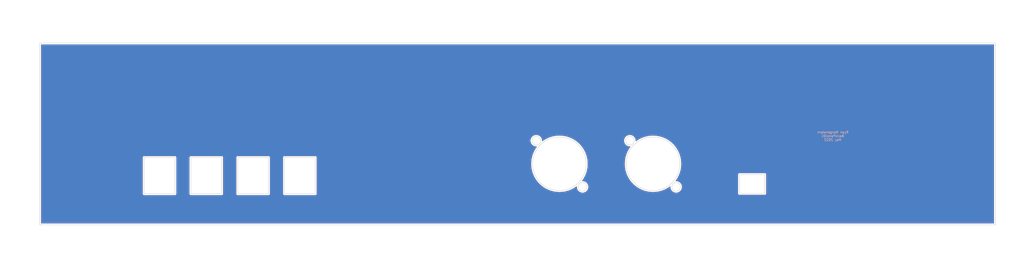
<source format=kicad_pcb>
(kicad_pcb (version 20171130) (host pcbnew "(5.1.10)-1")

  (general
    (thickness 1.6)
    (drawings 35)
    (tracks 0)
    (zones 0)
    (modules 0)
    (nets 1)
  )

  (page A4)
  (layers
    (0 F.Cu signal)
    (31 B.Cu signal)
    (32 B.Adhes user)
    (33 F.Adhes user)
    (34 B.Paste user)
    (35 F.Paste user)
    (36 B.SilkS user)
    (37 F.SilkS user)
    (38 B.Mask user)
    (39 F.Mask user)
    (40 Dwgs.User user hide)
    (41 Cmts.User user)
    (42 Eco1.User user)
    (43 Eco2.User user)
    (44 Edge.Cuts user)
    (45 Margin user)
    (46 B.CrtYd user)
    (47 F.CrtYd user)
    (48 B.Fab user)
    (49 F.Fab user)
  )

  (setup
    (last_trace_width 0.25)
    (trace_clearance 0.2)
    (zone_clearance 0.508)
    (zone_45_only no)
    (trace_min 0.2)
    (via_size 0.8)
    (via_drill 0.4)
    (via_min_size 0.4)
    (via_min_drill 0.3)
    (uvia_size 0.3)
    (uvia_drill 0.1)
    (uvias_allowed no)
    (uvia_min_size 0.2)
    (uvia_min_drill 0.1)
    (edge_width 0.05)
    (segment_width 0.2)
    (pcb_text_width 0.3)
    (pcb_text_size 1.5 1.5)
    (mod_edge_width 0.12)
    (mod_text_size 1 1)
    (mod_text_width 0.15)
    (pad_size 1.524 1.524)
    (pad_drill 0.762)
    (pad_to_mask_clearance 0)
    (aux_axis_origin 0 0)
    (grid_origin 403 -78)
    (visible_elements 7FFFFFFF)
    (pcbplotparams
      (layerselection 0x010fc_ffffffff)
      (usegerberextensions false)
      (usegerberattributes true)
      (usegerberadvancedattributes true)
      (creategerberjobfile true)
      (excludeedgelayer true)
      (linewidth 0.100000)
      (plotframeref false)
      (viasonmask false)
      (mode 1)
      (useauxorigin false)
      (hpglpennumber 1)
      (hpglpenspeed 20)
      (hpglpendiameter 15.000000)
      (psnegative false)
      (psa4output false)
      (plotreference true)
      (plotvalue true)
      (plotinvisibletext false)
      (padsonsilk false)
      (subtractmaskfromsilk false)
      (outputformat 1)
      (mirror false)
      (drillshape 0)
      (scaleselection 1)
      (outputdirectory "Gerber/"))
  )

  (net 0 "")

  (net_class Default "This is the default net class."
    (clearance 0.2)
    (trace_width 0.25)
    (via_dia 0.8)
    (via_drill 0.4)
    (uvia_dia 0.3)
    (uvia_drill 0.1)
  )

  (gr_text "Ryan Morgenstern\nBackPanel01\nMay 2022" (at 339 -38) (layer B.SilkS)
    (effects (font (size 1 1) (thickness 0.15)) (justify mirror))
  )
  (gr_poly (pts (xy 411 0.5) (xy -1 0.5) (xy -1 -2.5) (xy 411 -2.5)) (layer B.Mask) (width 0.1) (tstamp 628FB538))
  (gr_poly (pts (xy 411 0.5) (xy -1 0.5) (xy -1 -2.5) (xy 411 -2.5)) (layer F.Mask) (width 0.1))
  (gr_poly (pts (xy 409 -75.5) (xy -0.5 -75.5) (xy -0.5 -79) (xy 409 -79)) (layer B.Mask) (width 0.1) (tstamp 628FB50C))
  (gr_poly (pts (xy 409.5 -75.5) (xy -0.5 -75.5) (xy -0.5 -79) (xy 409.5 -79)) (layer F.Mask) (width 0.1))
  (gr_line (start 299.1 -21.5) (end 309.95 -21.5) (layer Edge.Cuts) (width 0.2))
  (gr_line (start 309.95 -21.5) (end 309.95 -13.4) (layer Edge.Cuts) (width 0.2))
  (gr_line (start 309.95 -13.4) (end 299.1 -13.4) (layer Edge.Cuts) (width 0.2))
  (gr_line (start 299.1 -13.4) (end 299.1 -21.5) (layer Edge.Cuts) (width 0.2))
  (gr_line (start 84.6 -28.8) (end 97.8 -28.8) (layer Edge.Cuts) (width 0.2))
  (gr_line (start 97.8 -28.8) (end 97.8 -13.25) (layer Edge.Cuts) (width 0.2))
  (gr_line (start 97.8 -13.25) (end 84.6 -13.25) (layer Edge.Cuts) (width 0.2))
  (gr_line (start 84.6 -13.25) (end 84.6 -28.8) (layer Edge.Cuts) (width 0.2))
  (gr_line (start 44.6 -28.8) (end 57.8 -28.8) (layer Edge.Cuts) (width 0.2))
  (gr_line (start 57.8 -28.8) (end 57.8 -13.25) (layer Edge.Cuts) (width 0.2))
  (gr_line (start 57.8 -13.25) (end 44.6 -13.25) (layer Edge.Cuts) (width 0.2))
  (gr_line (start 44.6 -13.25) (end 44.6 -28.8) (layer Edge.Cuts) (width 0.2))
  (gr_line (start 64.599999 -28.8) (end 77.8 -28.8) (layer Edge.Cuts) (width 0.2))
  (gr_line (start 77.8 -28.8) (end 77.8 -13.25) (layer Edge.Cuts) (width 0.2))
  (gr_line (start 77.8 -13.25) (end 64.599999 -13.25) (layer Edge.Cuts) (width 0.2))
  (gr_line (start 64.599999 -13.25) (end 64.599999 -28.8) (layer Edge.Cuts) (width 0.2))
  (gr_line (start 104.6 -28.8) (end 117.8 -28.8) (layer Edge.Cuts) (width 0.2))
  (gr_line (start 117.8 -28.8) (end 117.8 -13.25) (layer Edge.Cuts) (width 0.2))
  (gr_line (start 117.8 -13.25) (end 104.6 -13.25) (layer Edge.Cuts) (width 0.2))
  (gr_line (start 104.6 -13.25) (end 104.6 -28.8) (layer Edge.Cuts) (width 0.2))
  (gr_line (start 0 -77.8) (end 0 0) (layer Edge.Cuts) (width 0.2))
  (gr_line (start 0 0) (end 408.5 0) (layer Edge.Cuts) (width 0.2))
  (gr_line (start 408.5 0) (end 408.5 -77.8) (layer Edge.Cuts) (width 0.2))
  (gr_line (start 408.5 -77.8) (end 0 -77.8) (layer Edge.Cuts) (width 0.2))
  (gr_circle (center 222.15 -26.1) (end 233.649999 -26.1) (layer Edge.Cuts) (width 0.2))
  (gr_circle (center 272.05 -16.2) (end 273.925 -16.2) (layer Edge.Cuts) (width 0.2))
  (gr_circle (center 262.149999 -26.1) (end 273.649999 -26.1) (layer Edge.Cuts) (width 0.2))
  (gr_circle (center 252.25 -36) (end 254.125 -36) (layer Edge.Cuts) (width 0.2))
  (gr_circle (center 232.05 -16.2) (end 233.924999 -16.2) (layer Edge.Cuts) (width 0.2))
  (gr_circle (center 212.25 -36) (end 214.124999 -36) (layer Edge.Cuts) (width 0.2))

  (zone (net 0) (net_name "") (layer F.Cu) (tstamp 628FBC73) (hatch edge 0.508)
    (connect_pads (clearance 0.508))
    (min_thickness 0.254)
    (fill yes (arc_segments 32) (thermal_gap 0.508) (thermal_bridge_width 0.508))
    (polygon
      (pts
        (xy 420.75 19) (xy -16.5 19) (xy -16.5 -96) (xy 420.75 -96)
      )
    )
    (filled_polygon
      (pts
        (xy 407.765 -0.735) (xy 0.735 -0.735) (xy 0.735 -28.8) (xy 43.861444 -28.8) (xy 43.865001 -28.763885)
        (xy 43.865 -13.286105) (xy 43.861444 -13.25) (xy 43.875635 -13.105915) (xy 43.917663 -12.967367) (xy 43.985913 -12.83968)
        (xy 44.077762 -12.727762) (xy 44.18968 -12.635913) (xy 44.317367 -12.567663) (xy 44.455915 -12.525635) (xy 44.6 -12.511444)
        (xy 44.636105 -12.515) (xy 57.763895 -12.515) (xy 57.8 -12.511444) (xy 57.836105 -12.515) (xy 57.944085 -12.525635)
        (xy 58.082633 -12.567663) (xy 58.21032 -12.635913) (xy 58.322238 -12.727762) (xy 58.414087 -12.83968) (xy 58.482337 -12.967367)
        (xy 58.524365 -13.105915) (xy 58.538556 -13.25) (xy 58.535 -13.286105) (xy 58.535 -28.763895) (xy 58.538556 -28.8)
        (xy 63.861443 -28.8) (xy 63.865 -28.763885) (xy 63.864999 -13.286105) (xy 63.861443 -13.25) (xy 63.875634 -13.105915)
        (xy 63.917662 -12.967367) (xy 63.985912 -12.83968) (xy 64.077761 -12.727762) (xy 64.189679 -12.635913) (xy 64.317366 -12.567663)
        (xy 64.455914 -12.525635) (xy 64.599999 -12.511444) (xy 64.636104 -12.515) (xy 77.763895 -12.515) (xy 77.8 -12.511444)
        (xy 77.836105 -12.515) (xy 77.944085 -12.525635) (xy 78.082633 -12.567663) (xy 78.21032 -12.635913) (xy 78.322238 -12.727762)
        (xy 78.414087 -12.83968) (xy 78.482337 -12.967367) (xy 78.524365 -13.105915) (xy 78.538556 -13.25) (xy 78.535 -13.286105)
        (xy 78.535 -28.763895) (xy 78.538556 -28.8) (xy 83.861444 -28.8) (xy 83.865001 -28.763885) (xy 83.865 -13.286105)
        (xy 83.861444 -13.25) (xy 83.875635 -13.105915) (xy 83.917663 -12.967367) (xy 83.985913 -12.83968) (xy 84.077762 -12.727762)
        (xy 84.18968 -12.635913) (xy 84.317367 -12.567663) (xy 84.455915 -12.525635) (xy 84.6 -12.511444) (xy 84.636105 -12.515)
        (xy 97.763895 -12.515) (xy 97.8 -12.511444) (xy 97.836105 -12.515) (xy 97.944085 -12.525635) (xy 98.082633 -12.567663)
        (xy 98.21032 -12.635913) (xy 98.322238 -12.727762) (xy 98.414087 -12.83968) (xy 98.482337 -12.967367) (xy 98.524365 -13.105915)
        (xy 98.538556 -13.25) (xy 98.535 -13.286105) (xy 98.535 -28.763895) (xy 98.538556 -28.8) (xy 103.861444 -28.8)
        (xy 103.865001 -28.763885) (xy 103.865 -13.286105) (xy 103.861444 -13.25) (xy 103.875635 -13.105915) (xy 103.917663 -12.967367)
        (xy 103.985913 -12.83968) (xy 104.077762 -12.727762) (xy 104.18968 -12.635913) (xy 104.317367 -12.567663) (xy 104.455915 -12.525635)
        (xy 104.6 -12.511444) (xy 104.636105 -12.515) (xy 117.763895 -12.515) (xy 117.8 -12.511444) (xy 117.836105 -12.515)
        (xy 117.944085 -12.525635) (xy 118.082633 -12.567663) (xy 118.21032 -12.635913) (xy 118.322238 -12.727762) (xy 118.414087 -12.83968)
        (xy 118.482337 -12.967367) (xy 118.524365 -13.105915) (xy 118.538556 -13.25) (xy 118.535 -13.286105) (xy 118.535 -28.763895)
        (xy 118.538556 -28.8) (xy 118.524365 -28.944085) (xy 118.482337 -29.082633) (xy 118.414087 -29.21032) (xy 118.322238 -29.322238)
        (xy 118.21032 -29.414087) (xy 118.082633 -29.482337) (xy 117.944085 -29.524365) (xy 117.836105 -29.535) (xy 117.8 -29.538556)
        (xy 117.763895 -29.535) (xy 104.636105 -29.535) (xy 104.6 -29.538556) (xy 104.563895 -29.535) (xy 104.455915 -29.524365)
        (xy 104.317367 -29.482337) (xy 104.18968 -29.414087) (xy 104.077762 -29.322238) (xy 103.985913 -29.21032) (xy 103.917663 -29.082633)
        (xy 103.875635 -28.944085) (xy 103.861444 -28.8) (xy 98.538556 -28.8) (xy 98.524365 -28.944085) (xy 98.482337 -29.082633)
        (xy 98.414087 -29.21032) (xy 98.322238 -29.322238) (xy 98.21032 -29.414087) (xy 98.082633 -29.482337) (xy 97.944085 -29.524365)
        (xy 97.836105 -29.535) (xy 97.8 -29.538556) (xy 97.763895 -29.535) (xy 84.636105 -29.535) (xy 84.6 -29.538556)
        (xy 84.563895 -29.535) (xy 84.455915 -29.524365) (xy 84.317367 -29.482337) (xy 84.18968 -29.414087) (xy 84.077762 -29.322238)
        (xy 83.985913 -29.21032) (xy 83.917663 -29.082633) (xy 83.875635 -28.944085) (xy 83.861444 -28.8) (xy 78.538556 -28.8)
        (xy 78.524365 -28.944085) (xy 78.482337 -29.082633) (xy 78.414087 -29.21032) (xy 78.322238 -29.322238) (xy 78.21032 -29.414087)
        (xy 78.082633 -29.482337) (xy 77.944085 -29.524365) (xy 77.836105 -29.535) (xy 77.8 -29.538556) (xy 77.763895 -29.535)
        (xy 64.636104 -29.535) (xy 64.599999 -29.538556) (xy 64.563894 -29.535) (xy 64.455914 -29.524365) (xy 64.317366 -29.482337)
        (xy 64.189679 -29.414087) (xy 64.077761 -29.322238) (xy 63.985912 -29.21032) (xy 63.917662 -29.082633) (xy 63.875634 -28.944085)
        (xy 63.861443 -28.8) (xy 58.538556 -28.8) (xy 58.524365 -28.944085) (xy 58.482337 -29.082633) (xy 58.414087 -29.21032)
        (xy 58.322238 -29.322238) (xy 58.21032 -29.414087) (xy 58.082633 -29.482337) (xy 57.944085 -29.524365) (xy 57.836105 -29.535)
        (xy 57.8 -29.538556) (xy 57.763895 -29.535) (xy 44.636105 -29.535) (xy 44.6 -29.538556) (xy 44.563895 -29.535)
        (xy 44.455915 -29.524365) (xy 44.317367 -29.482337) (xy 44.18968 -29.414087) (xy 44.077762 -29.322238) (xy 43.985913 -29.21032)
        (xy 43.917663 -29.082633) (xy 43.875635 -28.944085) (xy 43.861444 -28.8) (xy 0.735 -28.8) (xy 0.735 -36.257785)
        (xy 209.632665 -36.257785) (xy 209.632665 -35.742215) (xy 209.733248 -35.236552) (xy 209.930548 -34.760227) (xy 210.216983 -34.331546)
        (xy 210.581546 -33.966983) (xy 211.010227 -33.680548) (xy 211.486552 -33.483248) (xy 211.992215 -33.382665) (xy 212.318824 -33.382665)
        (xy 211.985634 -32.946216) (xy 211.247253 -31.695991) (xy 210.661923 -30.367211) (xy 210.23786 -28.978528) (xy 209.981018 -27.549438)
        (xy 209.895001 -26.1) (xy 209.981018 -24.650562) (xy 210.23786 -23.221472) (xy 210.661923 -21.832789) (xy 211.247253 -20.504009)
        (xy 211.985634 -19.253784) (xy 212.8667 -18.099666) (xy 213.878084 -17.057854) (xy 215.005587 -16.142974) (xy 216.233382 -15.367869)
        (xy 217.544233 -14.74342) (xy 218.91974 -14.278392) (xy 220.340592 -13.979313) (xy 221.786844 -13.850383) (xy 223.238194 -13.89341)
        (xy 224.674268 -14.107791) (xy 226.074907 -14.490516) (xy 227.420449 -15.036213) (xy 228.692005 -15.737222) (xy 229.432665 -16.268664)
        (xy 229.432665 -15.942215) (xy 229.533248 -15.436552) (xy 229.730548 -14.960227) (xy 230.016983 -14.531546) (xy 230.381546 -14.166983)
        (xy 230.810227 -13.880548) (xy 231.286552 -13.683248) (xy 231.792215 -13.582665) (xy 232.307785 -13.582665) (xy 232.813448 -13.683248)
        (xy 233.289773 -13.880548) (xy 233.718454 -14.166983) (xy 234.083017 -14.531546) (xy 234.369452 -14.960227) (xy 234.566752 -15.436552)
        (xy 234.667335 -15.942215) (xy 234.667335 -16.457785) (xy 234.566752 -16.963448) (xy 234.369452 -17.439773) (xy 234.083017 -17.868454)
        (xy 233.718454 -18.233017) (xy 233.289773 -18.519452) (xy 232.813448 -18.716752) (xy 232.307785 -18.817335) (xy 231.994445 -18.817335)
        (xy 232.702089 -19.867952) (xy 233.365109 -21.159723) (xy 233.870693 -22.520845) (xy 234.211745 -23.93221) (xy 234.383476 -25.374006)
        (xy 234.383476 -26.825994) (xy 234.211745 -28.26779) (xy 233.870693 -29.679155) (xy 233.365109 -31.040277) (xy 232.702089 -32.332048)
        (xy 231.89094 -33.536335) (xy 230.943051 -34.636232) (xy 229.871726 -35.616299) (xy 228.9777 -36.257785) (xy 249.632664 -36.257785)
        (xy 249.632664 -35.742215) (xy 249.733247 -35.236551) (xy 249.930547 -34.760227) (xy 250.216983 -34.331546) (xy 250.581546 -33.966983)
        (xy 251.010227 -33.680547) (xy 251.486551 -33.483247) (xy 251.992215 -33.382664) (xy 252.318821 -33.382664) (xy 251.985632 -32.946216)
        (xy 251.247251 -31.695991) (xy 250.661921 -30.367211) (xy 250.237858 -28.978528) (xy 249.981016 -27.549438) (xy 249.894999 -26.1)
        (xy 249.981016 -24.650562) (xy 250.237858 -23.221472) (xy 250.661921 -21.832789) (xy 251.247251 -20.504009) (xy 251.985632 -19.253784)
        (xy 252.866699 -18.099665) (xy 253.878082 -17.057853) (xy 255.005585 -16.142973) (xy 256.233381 -15.367868) (xy 257.544232 -14.743419)
        (xy 258.919738 -14.278391) (xy 260.34059 -13.979313) (xy 261.786843 -13.850382) (xy 263.238193 -13.893409) (xy 264.674267 -14.10779)
        (xy 266.074906 -14.490516) (xy 267.420448 -15.036213) (xy 268.692004 -15.737221) (xy 269.432664 -16.268662) (xy 269.432664 -15.942215)
        (xy 269.533247 -15.436551) (xy 269.730547 -14.960227) (xy 270.016983 -14.531546) (xy 270.381546 -14.166983) (xy 270.810227 -13.880547)
        (xy 271.286551 -13.683247) (xy 271.792215 -13.582664) (xy 272.307785 -13.582664) (xy 272.813449 -13.683247) (xy 273.289773 -13.880547)
        (xy 273.718454 -14.166983) (xy 274.083017 -14.531546) (xy 274.369453 -14.960227) (xy 274.566753 -15.436551) (xy 274.667336 -15.942215)
        (xy 274.667336 -16.457785) (xy 274.566753 -16.963449) (xy 274.369453 -17.439773) (xy 274.083017 -17.868454) (xy 273.718454 -18.233017)
        (xy 273.289773 -18.519453) (xy 272.813449 -18.716753) (xy 272.307785 -18.817336) (xy 271.994446 -18.817336) (xy 272.702088 -19.867951)
        (xy 273.365109 -21.159722) (xy 273.491504 -21.5) (xy 298.361444 -21.5) (xy 298.365001 -21.463885) (xy 298.365 -13.436105)
        (xy 298.361444 -13.4) (xy 298.375635 -13.255915) (xy 298.417663 -13.117367) (xy 298.485913 -12.98968) (xy 298.577762 -12.877762)
        (xy 298.68968 -12.785913) (xy 298.817367 -12.717663) (xy 298.955915 -12.675635) (xy 299.1 -12.661444) (xy 299.136105 -12.665)
        (xy 309.913895 -12.665) (xy 309.95 -12.661444) (xy 309.986105 -12.665) (xy 310.094085 -12.675635) (xy 310.232633 -12.717663)
        (xy 310.36032 -12.785913) (xy 310.472238 -12.877762) (xy 310.564087 -12.98968) (xy 310.632337 -13.117367) (xy 310.674365 -13.255915)
        (xy 310.688556 -13.4) (xy 310.685 -13.436105) (xy 310.685 -21.463895) (xy 310.688556 -21.5) (xy 310.674365 -21.644085)
        (xy 310.632337 -21.782633) (xy 310.564087 -21.91032) (xy 310.472238 -22.022238) (xy 310.36032 -22.114087) (xy 310.232633 -22.182337)
        (xy 310.094085 -22.224365) (xy 309.986105 -22.235) (xy 309.95 -22.238556) (xy 309.913895 -22.235) (xy 299.136105 -22.235)
        (xy 299.1 -22.238556) (xy 299.063895 -22.235) (xy 298.955915 -22.224365) (xy 298.817367 -22.182337) (xy 298.68968 -22.114087)
        (xy 298.577762 -22.022238) (xy 298.485913 -21.91032) (xy 298.417663 -21.782633) (xy 298.375635 -21.644085) (xy 298.361444 -21.5)
        (xy 273.491504 -21.5) (xy 273.870693 -22.520844) (xy 274.211745 -23.93221) (xy 274.383476 -25.374006) (xy 274.383476 -26.825994)
        (xy 274.211745 -28.26779) (xy 273.870693 -29.679156) (xy 273.365109 -31.040278) (xy 272.702088 -32.332049) (xy 271.89094 -33.536336)
        (xy 270.94305 -34.636233) (xy 269.871726 -35.6163) (xy 268.692004 -36.462779) (xy 267.420448 -37.163787) (xy 266.074906 -37.709484)
        (xy 264.674267 -38.09221) (xy 263.238193 -38.306591) (xy 261.786843 -38.349618) (xy 260.34059 -38.220687) (xy 258.919738 -37.921609)
        (xy 257.544232 -37.456581) (xy 256.233381 -36.832132) (xy 255.005585 -36.057027) (xy 254.867336 -35.944849) (xy 254.867336 -36.257785)
        (xy 254.766753 -36.763449) (xy 254.569453 -37.239773) (xy 254.283017 -37.668454) (xy 253.918454 -38.033017) (xy 253.489773 -38.319453)
        (xy 253.013449 -38.516753) (xy 252.507785 -38.617336) (xy 251.992215 -38.617336) (xy 251.486551 -38.516753) (xy 251.010227 -38.319453)
        (xy 250.581546 -38.033017) (xy 250.216983 -37.668454) (xy 249.930547 -37.239773) (xy 249.733247 -36.763449) (xy 249.632664 -36.257785)
        (xy 228.9777 -36.257785) (xy 228.692005 -36.462778) (xy 227.420449 -37.163787) (xy 226.074907 -37.709484) (xy 224.674268 -38.092209)
        (xy 223.238194 -38.30659) (xy 221.786844 -38.349617) (xy 220.340592 -38.220687) (xy 218.91974 -37.921608) (xy 217.544233 -37.45658)
        (xy 216.233382 -36.832131) (xy 215.005587 -36.057026) (xy 214.867335 -35.944845) (xy 214.867335 -36.257785) (xy 214.766752 -36.763448)
        (xy 214.569452 -37.239773) (xy 214.283017 -37.668454) (xy 213.918454 -38.033017) (xy 213.489773 -38.319452) (xy 213.013448 -38.516752)
        (xy 212.507785 -38.617335) (xy 211.992215 -38.617335) (xy 211.486552 -38.516752) (xy 211.010227 -38.319452) (xy 210.581546 -38.033017)
        (xy 210.216983 -37.668454) (xy 209.930548 -37.239773) (xy 209.733248 -36.763448) (xy 209.632665 -36.257785) (xy 0.735 -36.257785)
        (xy 0.735 -77.065) (xy 407.765001 -77.065)
      )
    )
  )
  (zone (net 0) (net_name "") (layer B.Cu) (tstamp 628FBC70) (hatch edge 0.508)
    (connect_pads (clearance 0.508))
    (min_thickness 0.254)
    (fill yes (arc_segments 32) (thermal_gap 0.508) (thermal_bridge_width 0.508))
    (polygon
      (pts
        (xy 418.75 21) (xy -17 21) (xy -17 -96.25) (xy 418.75 -96.25)
      )
    )
    (filled_polygon
      (pts
        (xy 407.765 -0.735) (xy 0.735 -0.735) (xy 0.735 -28.8) (xy 43.861444 -28.8) (xy 43.865001 -28.763885)
        (xy 43.865 -13.286105) (xy 43.861444 -13.25) (xy 43.875635 -13.105915) (xy 43.917663 -12.967367) (xy 43.985913 -12.83968)
        (xy 44.077762 -12.727762) (xy 44.18968 -12.635913) (xy 44.317367 -12.567663) (xy 44.455915 -12.525635) (xy 44.6 -12.511444)
        (xy 44.636105 -12.515) (xy 57.763895 -12.515) (xy 57.8 -12.511444) (xy 57.836105 -12.515) (xy 57.944085 -12.525635)
        (xy 58.082633 -12.567663) (xy 58.21032 -12.635913) (xy 58.322238 -12.727762) (xy 58.414087 -12.83968) (xy 58.482337 -12.967367)
        (xy 58.524365 -13.105915) (xy 58.538556 -13.25) (xy 58.535 -13.286105) (xy 58.535 -28.763895) (xy 58.538556 -28.8)
        (xy 63.861443 -28.8) (xy 63.865 -28.763885) (xy 63.864999 -13.286105) (xy 63.861443 -13.25) (xy 63.875634 -13.105915)
        (xy 63.917662 -12.967367) (xy 63.985912 -12.83968) (xy 64.077761 -12.727762) (xy 64.189679 -12.635913) (xy 64.317366 -12.567663)
        (xy 64.455914 -12.525635) (xy 64.599999 -12.511444) (xy 64.636104 -12.515) (xy 77.763895 -12.515) (xy 77.8 -12.511444)
        (xy 77.836105 -12.515) (xy 77.944085 -12.525635) (xy 78.082633 -12.567663) (xy 78.21032 -12.635913) (xy 78.322238 -12.727762)
        (xy 78.414087 -12.83968) (xy 78.482337 -12.967367) (xy 78.524365 -13.105915) (xy 78.538556 -13.25) (xy 78.535 -13.286105)
        (xy 78.535 -28.763895) (xy 78.538556 -28.8) (xy 83.861444 -28.8) (xy 83.865001 -28.763885) (xy 83.865 -13.286105)
        (xy 83.861444 -13.25) (xy 83.875635 -13.105915) (xy 83.917663 -12.967367) (xy 83.985913 -12.83968) (xy 84.077762 -12.727762)
        (xy 84.18968 -12.635913) (xy 84.317367 -12.567663) (xy 84.455915 -12.525635) (xy 84.6 -12.511444) (xy 84.636105 -12.515)
        (xy 97.763895 -12.515) (xy 97.8 -12.511444) (xy 97.836105 -12.515) (xy 97.944085 -12.525635) (xy 98.082633 -12.567663)
        (xy 98.21032 -12.635913) (xy 98.322238 -12.727762) (xy 98.414087 -12.83968) (xy 98.482337 -12.967367) (xy 98.524365 -13.105915)
        (xy 98.538556 -13.25) (xy 98.535 -13.286105) (xy 98.535 -28.763895) (xy 98.538556 -28.8) (xy 103.861444 -28.8)
        (xy 103.865001 -28.763885) (xy 103.865 -13.286105) (xy 103.861444 -13.25) (xy 103.875635 -13.105915) (xy 103.917663 -12.967367)
        (xy 103.985913 -12.83968) (xy 104.077762 -12.727762) (xy 104.18968 -12.635913) (xy 104.317367 -12.567663) (xy 104.455915 -12.525635)
        (xy 104.6 -12.511444) (xy 104.636105 -12.515) (xy 117.763895 -12.515) (xy 117.8 -12.511444) (xy 117.836105 -12.515)
        (xy 117.944085 -12.525635) (xy 118.082633 -12.567663) (xy 118.21032 -12.635913) (xy 118.322238 -12.727762) (xy 118.414087 -12.83968)
        (xy 118.482337 -12.967367) (xy 118.524365 -13.105915) (xy 118.538556 -13.25) (xy 118.535 -13.286105) (xy 118.535 -28.763895)
        (xy 118.538556 -28.8) (xy 118.524365 -28.944085) (xy 118.482337 -29.082633) (xy 118.414087 -29.21032) (xy 118.322238 -29.322238)
        (xy 118.21032 -29.414087) (xy 118.082633 -29.482337) (xy 117.944085 -29.524365) (xy 117.836105 -29.535) (xy 117.8 -29.538556)
        (xy 117.763895 -29.535) (xy 104.636105 -29.535) (xy 104.6 -29.538556) (xy 104.563895 -29.535) (xy 104.455915 -29.524365)
        (xy 104.317367 -29.482337) (xy 104.18968 -29.414087) (xy 104.077762 -29.322238) (xy 103.985913 -29.21032) (xy 103.917663 -29.082633)
        (xy 103.875635 -28.944085) (xy 103.861444 -28.8) (xy 98.538556 -28.8) (xy 98.524365 -28.944085) (xy 98.482337 -29.082633)
        (xy 98.414087 -29.21032) (xy 98.322238 -29.322238) (xy 98.21032 -29.414087) (xy 98.082633 -29.482337) (xy 97.944085 -29.524365)
        (xy 97.836105 -29.535) (xy 97.8 -29.538556) (xy 97.763895 -29.535) (xy 84.636105 -29.535) (xy 84.6 -29.538556)
        (xy 84.563895 -29.535) (xy 84.455915 -29.524365) (xy 84.317367 -29.482337) (xy 84.18968 -29.414087) (xy 84.077762 -29.322238)
        (xy 83.985913 -29.21032) (xy 83.917663 -29.082633) (xy 83.875635 -28.944085) (xy 83.861444 -28.8) (xy 78.538556 -28.8)
        (xy 78.524365 -28.944085) (xy 78.482337 -29.082633) (xy 78.414087 -29.21032) (xy 78.322238 -29.322238) (xy 78.21032 -29.414087)
        (xy 78.082633 -29.482337) (xy 77.944085 -29.524365) (xy 77.836105 -29.535) (xy 77.8 -29.538556) (xy 77.763895 -29.535)
        (xy 64.636104 -29.535) (xy 64.599999 -29.538556) (xy 64.563894 -29.535) (xy 64.455914 -29.524365) (xy 64.317366 -29.482337)
        (xy 64.189679 -29.414087) (xy 64.077761 -29.322238) (xy 63.985912 -29.21032) (xy 63.917662 -29.082633) (xy 63.875634 -28.944085)
        (xy 63.861443 -28.8) (xy 58.538556 -28.8) (xy 58.524365 -28.944085) (xy 58.482337 -29.082633) (xy 58.414087 -29.21032)
        (xy 58.322238 -29.322238) (xy 58.21032 -29.414087) (xy 58.082633 -29.482337) (xy 57.944085 -29.524365) (xy 57.836105 -29.535)
        (xy 57.8 -29.538556) (xy 57.763895 -29.535) (xy 44.636105 -29.535) (xy 44.6 -29.538556) (xy 44.563895 -29.535)
        (xy 44.455915 -29.524365) (xy 44.317367 -29.482337) (xy 44.18968 -29.414087) (xy 44.077762 -29.322238) (xy 43.985913 -29.21032)
        (xy 43.917663 -29.082633) (xy 43.875635 -28.944085) (xy 43.861444 -28.8) (xy 0.735 -28.8) (xy 0.735 -36.257785)
        (xy 209.632665 -36.257785) (xy 209.632665 -35.742215) (xy 209.733248 -35.236552) (xy 209.930548 -34.760227) (xy 210.216983 -34.331546)
        (xy 210.581546 -33.966983) (xy 211.010227 -33.680548) (xy 211.486552 -33.483248) (xy 211.992215 -33.382665) (xy 212.318824 -33.382665)
        (xy 211.985634 -32.946216) (xy 211.247253 -31.695991) (xy 210.661923 -30.367211) (xy 210.23786 -28.978528) (xy 209.981018 -27.549438)
        (xy 209.895001 -26.1) (xy 209.981018 -24.650562) (xy 210.23786 -23.221472) (xy 210.661923 -21.832789) (xy 211.247253 -20.504009)
        (xy 211.985634 -19.253784) (xy 212.8667 -18.099666) (xy 213.878084 -17.057854) (xy 215.005587 -16.142974) (xy 216.233382 -15.367869)
        (xy 217.544233 -14.74342) (xy 218.91974 -14.278392) (xy 220.340592 -13.979313) (xy 221.786844 -13.850383) (xy 223.238194 -13.89341)
        (xy 224.674268 -14.107791) (xy 226.074907 -14.490516) (xy 227.420449 -15.036213) (xy 228.692005 -15.737222) (xy 229.432665 -16.268664)
        (xy 229.432665 -15.942215) (xy 229.533248 -15.436552) (xy 229.730548 -14.960227) (xy 230.016983 -14.531546) (xy 230.381546 -14.166983)
        (xy 230.810227 -13.880548) (xy 231.286552 -13.683248) (xy 231.792215 -13.582665) (xy 232.307785 -13.582665) (xy 232.813448 -13.683248)
        (xy 233.289773 -13.880548) (xy 233.718454 -14.166983) (xy 234.083017 -14.531546) (xy 234.369452 -14.960227) (xy 234.566752 -15.436552)
        (xy 234.667335 -15.942215) (xy 234.667335 -16.457785) (xy 234.566752 -16.963448) (xy 234.369452 -17.439773) (xy 234.083017 -17.868454)
        (xy 233.718454 -18.233017) (xy 233.289773 -18.519452) (xy 232.813448 -18.716752) (xy 232.307785 -18.817335) (xy 231.994445 -18.817335)
        (xy 232.702089 -19.867952) (xy 233.365109 -21.159723) (xy 233.870693 -22.520845) (xy 234.211745 -23.93221) (xy 234.383476 -25.374006)
        (xy 234.383476 -26.825994) (xy 234.211745 -28.26779) (xy 233.870693 -29.679155) (xy 233.365109 -31.040277) (xy 232.702089 -32.332048)
        (xy 231.89094 -33.536335) (xy 230.943051 -34.636232) (xy 229.871726 -35.616299) (xy 228.9777 -36.257785) (xy 249.632664 -36.257785)
        (xy 249.632664 -35.742215) (xy 249.733247 -35.236551) (xy 249.930547 -34.760227) (xy 250.216983 -34.331546) (xy 250.581546 -33.966983)
        (xy 251.010227 -33.680547) (xy 251.486551 -33.483247) (xy 251.992215 -33.382664) (xy 252.318821 -33.382664) (xy 251.985632 -32.946216)
        (xy 251.247251 -31.695991) (xy 250.661921 -30.367211) (xy 250.237858 -28.978528) (xy 249.981016 -27.549438) (xy 249.894999 -26.1)
        (xy 249.981016 -24.650562) (xy 250.237858 -23.221472) (xy 250.661921 -21.832789) (xy 251.247251 -20.504009) (xy 251.985632 -19.253784)
        (xy 252.866699 -18.099665) (xy 253.878082 -17.057853) (xy 255.005585 -16.142973) (xy 256.233381 -15.367868) (xy 257.544232 -14.743419)
        (xy 258.919738 -14.278391) (xy 260.34059 -13.979313) (xy 261.786843 -13.850382) (xy 263.238193 -13.893409) (xy 264.674267 -14.10779)
        (xy 266.074906 -14.490516) (xy 267.420448 -15.036213) (xy 268.692004 -15.737221) (xy 269.432664 -16.268662) (xy 269.432664 -15.942215)
        (xy 269.533247 -15.436551) (xy 269.730547 -14.960227) (xy 270.016983 -14.531546) (xy 270.381546 -14.166983) (xy 270.810227 -13.880547)
        (xy 271.286551 -13.683247) (xy 271.792215 -13.582664) (xy 272.307785 -13.582664) (xy 272.813449 -13.683247) (xy 273.289773 -13.880547)
        (xy 273.718454 -14.166983) (xy 274.083017 -14.531546) (xy 274.369453 -14.960227) (xy 274.566753 -15.436551) (xy 274.667336 -15.942215)
        (xy 274.667336 -16.457785) (xy 274.566753 -16.963449) (xy 274.369453 -17.439773) (xy 274.083017 -17.868454) (xy 273.718454 -18.233017)
        (xy 273.289773 -18.519453) (xy 272.813449 -18.716753) (xy 272.307785 -18.817336) (xy 271.994446 -18.817336) (xy 272.702088 -19.867951)
        (xy 273.365109 -21.159722) (xy 273.491504 -21.5) (xy 298.361444 -21.5) (xy 298.365001 -21.463885) (xy 298.365 -13.436105)
        (xy 298.361444 -13.4) (xy 298.375635 -13.255915) (xy 298.417663 -13.117367) (xy 298.485913 -12.98968) (xy 298.577762 -12.877762)
        (xy 298.68968 -12.785913) (xy 298.817367 -12.717663) (xy 298.955915 -12.675635) (xy 299.1 -12.661444) (xy 299.136105 -12.665)
        (xy 309.913895 -12.665) (xy 309.95 -12.661444) (xy 309.986105 -12.665) (xy 310.094085 -12.675635) (xy 310.232633 -12.717663)
        (xy 310.36032 -12.785913) (xy 310.472238 -12.877762) (xy 310.564087 -12.98968) (xy 310.632337 -13.117367) (xy 310.674365 -13.255915)
        (xy 310.688556 -13.4) (xy 310.685 -13.436105) (xy 310.685 -21.463895) (xy 310.688556 -21.5) (xy 310.674365 -21.644085)
        (xy 310.632337 -21.782633) (xy 310.564087 -21.91032) (xy 310.472238 -22.022238) (xy 310.36032 -22.114087) (xy 310.232633 -22.182337)
        (xy 310.094085 -22.224365) (xy 309.986105 -22.235) (xy 309.95 -22.238556) (xy 309.913895 -22.235) (xy 299.136105 -22.235)
        (xy 299.1 -22.238556) (xy 299.063895 -22.235) (xy 298.955915 -22.224365) (xy 298.817367 -22.182337) (xy 298.68968 -22.114087)
        (xy 298.577762 -22.022238) (xy 298.485913 -21.91032) (xy 298.417663 -21.782633) (xy 298.375635 -21.644085) (xy 298.361444 -21.5)
        (xy 273.491504 -21.5) (xy 273.870693 -22.520844) (xy 274.211745 -23.93221) (xy 274.383476 -25.374006) (xy 274.383476 -26.825994)
        (xy 274.211745 -28.26779) (xy 273.870693 -29.679156) (xy 273.365109 -31.040278) (xy 272.702088 -32.332049) (xy 271.89094 -33.536336)
        (xy 270.94305 -34.636233) (xy 269.871726 -35.6163) (xy 268.692004 -36.462779) (xy 267.420448 -37.163787) (xy 266.074906 -37.709484)
        (xy 264.674267 -38.09221) (xy 263.238193 -38.306591) (xy 261.786843 -38.349618) (xy 260.34059 -38.220687) (xy 258.919738 -37.921609)
        (xy 257.544232 -37.456581) (xy 256.233381 -36.832132) (xy 255.005585 -36.057027) (xy 254.867336 -35.944849) (xy 254.867336 -36.257785)
        (xy 254.766753 -36.763449) (xy 254.569453 -37.239773) (xy 254.283017 -37.668454) (xy 253.918454 -38.033017) (xy 253.489773 -38.319453)
        (xy 253.013449 -38.516753) (xy 252.507785 -38.617336) (xy 251.992215 -38.617336) (xy 251.486551 -38.516753) (xy 251.010227 -38.319453)
        (xy 250.581546 -38.033017) (xy 250.216983 -37.668454) (xy 249.930547 -37.239773) (xy 249.733247 -36.763449) (xy 249.632664 -36.257785)
        (xy 228.9777 -36.257785) (xy 228.692005 -36.462778) (xy 227.420449 -37.163787) (xy 226.074907 -37.709484) (xy 224.674268 -38.092209)
        (xy 223.238194 -38.30659) (xy 221.786844 -38.349617) (xy 220.340592 -38.220687) (xy 218.91974 -37.921608) (xy 217.544233 -37.45658)
        (xy 216.233382 -36.832131) (xy 215.005587 -36.057026) (xy 214.867335 -35.944845) (xy 214.867335 -36.257785) (xy 214.766752 -36.763448)
        (xy 214.569452 -37.239773) (xy 214.283017 -37.668454) (xy 213.918454 -38.033017) (xy 213.489773 -38.319452) (xy 213.013448 -38.516752)
        (xy 212.507785 -38.617335) (xy 211.992215 -38.617335) (xy 211.486552 -38.516752) (xy 211.010227 -38.319452) (xy 210.581546 -38.033017)
        (xy 210.216983 -37.668454) (xy 209.930548 -37.239773) (xy 209.733248 -36.763448) (xy 209.632665 -36.257785) (xy 0.735 -36.257785)
        (xy 0.735 -77.065) (xy 407.765001 -77.065)
      )
    )
  )
)

</source>
